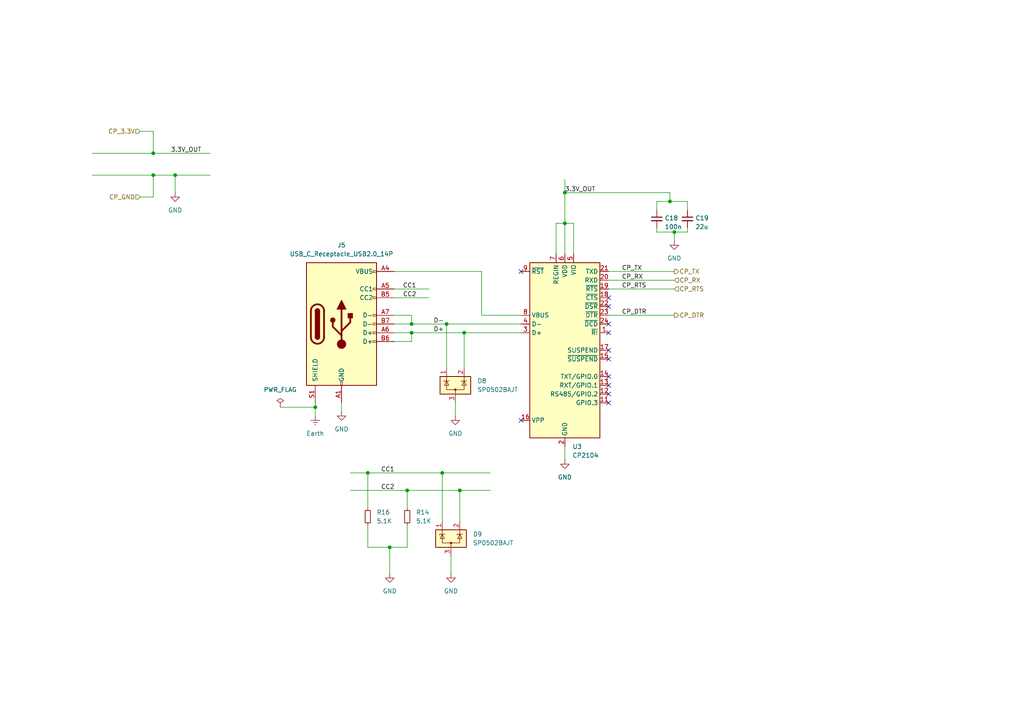
<source format=kicad_sch>
(kicad_sch (version 20231120) (generator "eeschema") (generator_version "8.0")
  (paper "A4")
  (lib_symbols
    (symbol "Connector:USB_C_Receptacle_USB2.0_14P" (pin_names (offset 1.016))
      (property "Reference" "J" (at 0 22.225 0))
      (property "Value" "USB_C_Receptacle_USB2.0_14P" (at 0 19.685 0))
      (symbol "USB_C_Receptacle_USB2.0_14P_0_0"
        (rectangle (start -0.254 -17.78) (end 0.254 -16.764))
        (rectangle (start 10.16 -4.826) (end 9.144 -5.334))
        (rectangle (start 10.16 -2.286) (end 9.144 -2.794))
        (rectangle (start 10.16 0.254) (end 9.144 -0.254))
        (rectangle (start 10.16 2.794) (end 9.144 2.286))
        (rectangle (start 10.16 7.874) (end 9.144 7.366))
        (rectangle (start 10.16 10.414) (end 9.144 9.906))
        (rectangle (start 10.16 15.494) (end 9.144 14.986))
      )
      (symbol "USB_C_Receptacle_USB2.0_14P_0_1"
        (rectangle (start -10.16 17.78) (end 10.16 -17.78) (stroke (width 0.254)) (fill (type background)))
        (arc (start -8.89 -3.81) (mid -6.985 -5.7067) (end -5.08 -3.81) (stroke (width 0.508)))
        (arc (start -7.62 -3.81) (mid -6.985 -4.4423) (end -6.35 -3.81) (stroke (width 0.254)))
        (arc (start -7.62 -3.81) (mid -6.985 -4.4423) (end -6.35 -3.81) (stroke (width 0.254)) (fill (type outline)))
        (rectangle (start -7.62 -3.81) (end -6.35 3.81) (stroke (width 0.254)) (fill (type outline)))
        (arc (start -6.35 3.81) (mid -6.985 4.4423) (end -7.62 3.81) (stroke (width 0.254)))
        (arc (start -6.35 3.81) (mid -6.985 4.4423) (end -7.62 3.81) (stroke (width 0.254)) (fill (type outline)))
        (arc (start -5.08 3.81) (mid -6.985 5.7067) (end -8.89 3.81) (stroke (width 0.508)))
        (circle (center -2.54 1.143) (radius 0.635) (stroke (width 0.254)) (fill (type outline)))
        (circle (center 0 -5.842) (radius 1.27) (fill (type outline)))
        (polyline (pts (xy -8.89 -3.81) (xy -8.89 3.81)) (stroke (width 0.508)))
        (polyline (pts (xy -5.08 3.81) (xy -5.08 -3.81)) (stroke (width 0.508)))
        (polyline (pts (xy 0 -5.842) (xy 0 4.318)) (stroke (width 0.508)))
        (polyline (pts (xy 0 -3.302) (xy -2.54 -0.762) (xy -2.54 0.508)) (stroke (width 0.508)))
        (polyline (pts (xy 0 -2.032) (xy 2.54 0.508) (xy 2.54 1.778)) (stroke (width 0.508)))
        (polyline (pts (xy -1.27 4.318) (xy 0 6.858) (xy 1.27 4.318) (xy -1.27 4.318)) (stroke (width 0.254)) (fill (type outline)))
        (rectangle (start 1.905 1.778) (end 3.175 3.048) (stroke (width 0.254)) (fill (type outline)))
      )
      (symbol "USB_C_Receptacle_USB2.0_14P_1_1"
        (pin passive line (at 0 -22.86 90) (length 5.08) (name "GND") (number "A1"))
        (pin passive line (at 0 -22.86 90) (length 5.08) hide (name "GND") (number "A12"))
        (pin passive line (at 15.24 15.24 180) (length 5.08) (name "VBUS") (number "A4"))
        (pin bidirectional line (at 15.24 10.16 180) (length 5.08) (name "CC1") (number "A5"))
        (pin bidirectional line (at 15.24 -2.54 180) (length 5.08) (name "D+") (number "A6"))
        (pin bidirectional line (at 15.24 2.54 180) (length 5.08) (name "D-") (number "A7"))
        (pin passive line (at 15.24 15.24 180) (length 5.08) hide (name "VBUS") (number "A9"))
        (pin passive line (at 0 -22.86 90) (length 5.08) hide (name "GND") (number "B1"))
        (pin passive line (at 0 -22.86 90) (length 5.08) hide (name "GND") (number "B12"))
        (pin passive line (at 15.24 15.24 180) (length 5.08) hide (name "VBUS") (number "B4"))
        (pin bidirectional line (at 15.24 7.62 180) (length 5.08) (name "CC2") (number "B5"))
        (pin bidirectional line (at 15.24 -5.08 180) (length 5.08) (name "D+") (number "B6"))
        (pin bidirectional line (at 15.24 0 180) (length 5.08) (name "D-") (number "B7"))
        (pin passive line (at 15.24 15.24 180) (length 5.08) hide (name "VBUS") (number "B9"))
        (pin passive line (at -7.62 -22.86 90) (length 5.08) (name "SHIELD") (number "S1"))
      )
    )
    (symbol "Device:C_Small" (pin_numbers hide) (pin_names (offset 0.254) hide)
      (property "Reference" "C" (at 0.254 1.778 0))
      (property "Value" "C_Small" (at 0.254 -2.032 0))
      (symbol "C_Small_0_1"
        (polyline (pts (xy -1.524 -0.508) (xy 1.524 -0.508)) (stroke (width 0.3302)))
        (polyline (pts (xy -1.524 0.508) (xy 1.524 0.508)) (stroke (width 0.3048)))
      )
      (symbol "C_Small_1_1"
        (pin passive line (at 0 2.54 270) (length 2.032) (name "~") (number "1"))
        (pin passive line (at 0 -2.54 90) (length 2.032) (name "~") (number "2"))
      )
    )
    (symbol "Device:R_Small" (pin_numbers hide) (pin_names (offset 0.254) hide)
      (property "Reference" "R" (at 0.762 0.508 0))
      (property "Value" "R_Small" (at 0.762 -1.016 0))
      (symbol "R_Small_0_1"
        (rectangle (start -0.762 1.778) (end 0.762 -1.778) (stroke (width 0.2032)))
      )
      (symbol "R_Small_1_1"
        (pin passive line (at 0 2.54 270) (length 0.762) (name "~") (number "1"))
        (pin passive line (at 0 -2.54 90) (length 0.762) (name "~") (number "2"))
      )
    )
    (symbol "Interface_USB:CP2104"
      (property "Reference" "U" (at -5.08 28.575 0))
      (property "Value" "CP2104" (at -5.08 26.67 0))
      (symbol "CP2104_1_1"
        (rectangle (start -10.16 25.4) (end 10.16 -25.4) (stroke (width 0.254)) (fill (type background)))
        (pin input line (at 12.7 5.08 180) (length 2.54) (name "~{RI}") (number "1"))
        (pin no_connect line (at 10.16 -20.32 180) (length 2.54) hide (name "NC") (number "10"))
        (pin bidirectional line (at 12.7 -15.24 180) (length 2.54) (name "GPIO.3") (number "11"))
        (pin bidirectional line (at 12.7 -12.7 180) (length 2.54) (name "RS485/GPIO.2") (number "12"))
        (pin bidirectional line (at 12.7 -10.16 180) (length 2.54) (name "RXT/GPIO.1") (number "13"))
        (pin bidirectional line (at 12.7 -7.62 180) (length 2.54) (name "TXT/GPIO.0") (number "14"))
        (pin output line (at 12.7 -2.54 180) (length 2.54) (name "~{SUSPEND}") (number "15"))
        (pin passive line (at -12.7 -20.32 0) (length 2.54) (name "VPP") (number "16"))
        (pin output line (at 12.7 0 180) (length 2.54) (name "SUSPEND") (number "17"))
        (pin input line (at 12.7 15.24 180) (length 2.54) (name "~{CTS}") (number "18"))
        (pin output line (at 12.7 17.78 180) (length 2.54) (name "~{RTS}") (number "19"))
        (pin power_in line (at 0 -27.94 90) (length 2.54) (name "GND") (number "2"))
        (pin input line (at 12.7 20.32 180) (length 2.54) (name "RXD") (number "20"))
        (pin output line (at 12.7 22.86 180) (length 2.54) (name "TXD") (number "21"))
        (pin input line (at 12.7 12.7 180) (length 2.54) (name "~{DSR}") (number "22"))
        (pin output line (at 12.7 10.16 180) (length 2.54) (name "~{DTR}") (number "23"))
        (pin input line (at 12.7 7.62 180) (length 2.54) (name "~{DCD}") (number "24"))
        (pin passive line (at 0 -27.94 90) (length 2.54) hide (name "GND") (number "25"))
        (pin bidirectional line (at -12.7 5.08 0) (length 2.54) (name "D+") (number "3"))
        (pin bidirectional line (at -12.7 7.62 0) (length 2.54) (name "D-") (number "4"))
        (pin power_in line (at 2.54 27.94 270) (length 2.54) (name "VIO") (number "5"))
        (pin power_in line (at 0 27.94 270) (length 2.54) (name "VDD") (number "6"))
        (pin power_in line (at -2.54 27.94 270) (length 2.54) (name "REGIN") (number "7"))
        (pin input line (at -12.7 10.16 0) (length 2.54) (name "VBUS") (number "8"))
        (pin bidirectional line (at -12.7 22.86 0) (length 2.54) (name "~{RST}") (number "9"))
      )
    )
    (symbol "Power_Protection:SP0502BAJT" (pin_names hide)
      (property "Reference" "D" (at 5.715 2.54 0))
      (property "Value" "SP0502BAJT" (at 5.715 0.635 0))
      (symbol "SP0502BAJT_0_0"
        (pin passive line (at 0 -5.08 90) (length 2.54) (name "A") (number "3"))
      )
      (symbol "SP0502BAJT_0_1"
        (rectangle (start -4.445 2.54) (end 4.445 -2.54) (stroke (width 0.254)) (fill (type background)))
        (circle (center 0 -1.27) (radius 0.254) (fill (type outline)))
        (polyline (pts (xy -2.54 2.54) (xy -2.54 1.27)))
        (polyline (pts (xy 0 -1.27) (xy 0 -2.54)))
        (polyline (pts (xy 2.54 2.54) (xy 2.54 1.27)))
        (polyline (pts (xy -3.302 1.016) (xy -3.302 1.27) (xy -1.905 1.27) (xy -1.778 1.27)))
        (polyline (pts (xy -2.54 1.27) (xy -2.54 -1.27) (xy 2.54 -1.27) (xy 2.54 1.27)))
        (polyline (pts (xy -2.54 1.27) (xy -1.905 0) (xy -3.175 0) (xy -2.54 1.27)))
        (polyline (pts (xy 1.778 1.016) (xy 1.778 1.27) (xy 3.175 1.27) (xy 3.302 1.27)))
        (polyline (pts (xy 2.54 1.27) (xy 1.905 0) (xy 3.175 0) (xy 2.54 1.27)))
      )
      (symbol "SP0502BAJT_1_1"
        (pin passive line (at -2.54 5.08 270) (length 2.54) (name "K") (number "1"))
        (pin passive line (at 2.54 5.08 270) (length 2.54) (name "K") (number "2"))
      )
    )
    (symbol "power:Earth" (power) (pin_numbers hide) (pin_names (offset 0) hide)
      (property "Value" "Earth" (at 0 -3.81 0))
      (symbol "Earth_0_1"
        (polyline (pts (xy -0.635 -1.905) (xy 0.635 -1.905)))
        (polyline (pts (xy -0.127 -2.54) (xy 0.127 -2.54)))
        (polyline (pts (xy 0 -1.27) (xy 0 0)))
        (polyline (pts (xy 1.27 -1.27) (xy -1.27 -1.27)))
      )
      (symbol "Earth_1_1"
        (pin power_in line (at 0 0 270) (length 0) (name "~") (number "1"))
      )
    )
    (symbol "power:GND" (power) (pin_numbers hide) (pin_names (offset 0) hide)
      (property "Value" "GND" (at 0 -3.81 0))
      (symbol "GND_0_1"
        (polyline (pts (xy 0 0) (xy 0 -1.27) (xy 1.27 -1.27) (xy 0 -2.54) (xy -1.27 -1.27) (xy 0 -1.27)))
      )
      (symbol "GND_1_1"
        (pin power_in line (at 0 0 270) (length 0) (name "~") (number "1"))
      )
    )
    (symbol "power:PWR_FLAG" (power) (pin_numbers hide) (pin_names (offset 0) hide)
      (property "Value" "PWR_FLAG" (at 0 3.81 0))
      (symbol "PWR_FLAG_0_0"
        (pin power_out line (at 0 0 90) (length 0) (name "~") (number "1"))
      )
      (symbol "PWR_FLAG_0_1"
        (polyline (pts (xy 0 0) (xy 0 1.27) (xy -1.016 1.905) (xy 0 2.54) (xy 1.016 1.905) (xy 0 1.27)))
      )
    )
  )
  (junction (at 44.45 44.45))
  (junction (at 133.35 142.24))
  (junction (at 163.83 64.77))
  (junction (at 194.31 58.42))
  (junction (at 91.44 118.11))
  (junction (at 106.68 137.16))
  (junction (at 129.54 93.98))
  (junction (at 163.83 55.88))
  (junction (at 113.03 158.75))
  (junction (at 44.45 50.8))
  (junction (at 195.58 67.31))
  (junction (at 118.11 142.24))
  (junction (at 119.38 96.52))
  (junction (at 134.62 96.52))
  (junction (at 128.27 137.16))
  (junction (at 119.38 93.98))
  (junction (at 50.8 50.8))
  (no_connect (at 176.53 86.36))
  (no_connect (at 176.53 96.52))
  (no_connect (at 176.53 109.22))
  (no_connect (at 176.53 88.9))
  (no_connect (at 176.53 101.6))
  (no_connect (at 151.13 78.74))
  (no_connect (at 176.53 93.98))
  (no_connect (at 176.53 114.3))
  (no_connect (at 176.53 111.76))
  (no_connect (at 151.13 121.92))
  (no_connect (at 176.53 104.14))
  (no_connect (at 176.53 116.84))
  (wire (pts (xy 114.3 93.98) (xy 119.38 93.98)))
  (wire (pts (xy 176.53 83.82) (xy 195.58 83.82)))
  (wire (pts (xy 132.08 116.84) (xy 132.08 120.65)))
  (wire (pts (xy 113.03 158.75) (xy 118.11 158.75)))
  (wire (pts (xy 40.64 38.1) (xy 44.45 38.1)))
  (wire (pts (xy 190.5 67.31) (xy 195.58 67.31)))
  (wire (pts (xy 44.45 44.45) (xy 60.96 44.45)))
  (wire (pts (xy 199.39 60.96) (xy 199.39 58.42)))
  (wire (pts (xy 50.8 50.8) (xy 50.8 55.88)))
  (wire (pts (xy 161.29 73.66) (xy 161.29 64.77)))
  (wire (pts (xy 114.3 86.36) (xy 124.46 86.36)))
  (wire (pts (xy 119.38 96.52) (xy 114.3 96.52)))
  (wire (pts (xy 163.83 52.07) (xy 163.83 55.88)))
  (wire (pts (xy 163.83 55.88) (xy 163.83 64.77)))
  (wire (pts (xy 101.6 142.24) (xy 118.11 142.24)))
  (wire (pts (xy 101.6 137.16) (xy 106.68 137.16)))
  (wire (pts (xy 26.67 50.8) (xy 44.45 50.8)))
  (wire (pts (xy 195.58 67.31) (xy 195.58 69.85)))
  (wire (pts (xy 194.31 58.42) (xy 199.39 58.42)))
  (wire (pts (xy 130.81 161.29) (xy 130.81 166.37)))
  (wire (pts (xy 81.28 118.11) (xy 91.44 118.11)))
  (wire (pts (xy 40.64 57.15) (xy 44.45 57.15)))
  (wire (pts (xy 114.3 99.06) (xy 119.38 99.06)))
  (wire (pts (xy 134.62 96.52) (xy 151.13 96.52)))
  (wire (pts (xy 161.29 64.77) (xy 163.83 64.77)))
  (wire (pts (xy 129.54 93.98) (xy 151.13 93.98)))
  (wire (pts (xy 106.68 158.75) (xy 113.03 158.75)))
  (wire (pts (xy 133.35 142.24) (xy 133.35 151.13)))
  (wire (pts (xy 26.67 44.45) (xy 44.45 44.45)))
  (wire (pts (xy 114.3 91.44) (xy 119.38 91.44)))
  (wire (pts (xy 176.53 78.74) (xy 195.58 78.74)))
  (wire (pts (xy 190.5 66.04) (xy 190.5 67.31)))
  (wire (pts (xy 118.11 142.24) (xy 133.35 142.24)))
  (wire (pts (xy 134.62 96.52) (xy 134.62 106.68)))
  (wire (pts (xy 128.27 137.16) (xy 142.24 137.16)))
  (wire (pts (xy 139.7 91.44) (xy 151.13 91.44)))
  (wire (pts (xy 106.68 152.4) (xy 106.68 158.75)))
  (wire (pts (xy 190.5 58.42) (xy 190.5 60.96)))
  (wire (pts (xy 194.31 55.88) (xy 163.83 55.88)))
  (wire (pts (xy 176.53 91.44) (xy 195.58 91.44)))
  (wire (pts (xy 113.03 158.75) (xy 113.03 166.37)))
  (wire (pts (xy 176.53 81.28) (xy 195.58 81.28)))
  (wire (pts (xy 163.83 64.77) (xy 166.37 64.77)))
  (wire (pts (xy 118.11 142.24) (xy 118.11 147.32)))
  (wire (pts (xy 119.38 99.06) (xy 119.38 96.52)))
  (wire (pts (xy 163.83 129.54) (xy 163.83 133.35)))
  (wire (pts (xy 195.58 67.31) (xy 199.39 67.31)))
  (wire (pts (xy 139.7 78.74) (xy 139.7 91.44)))
  (wire (pts (xy 114.3 83.82) (xy 124.46 83.82)))
  (wire (pts (xy 133.35 142.24) (xy 142.24 142.24)))
  (wire (pts (xy 44.45 50.8) (xy 50.8 50.8)))
  (wire (pts (xy 91.44 116.84) (xy 91.44 118.11)))
  (wire (pts (xy 50.8 50.8) (xy 60.96 50.8)))
  (wire (pts (xy 190.5 58.42) (xy 194.31 58.42)))
  (wire (pts (xy 44.45 38.1) (xy 44.45 44.45)))
  (wire (pts (xy 163.83 64.77) (xy 163.83 73.66)))
  (wire (pts (xy 128.27 137.16) (xy 128.27 151.13)))
  (wire (pts (xy 119.38 96.52) (xy 134.62 96.52)))
  (wire (pts (xy 106.68 137.16) (xy 128.27 137.16)))
  (wire (pts (xy 44.45 57.15) (xy 44.45 50.8)))
  (wire (pts (xy 166.37 64.77) (xy 166.37 73.66)))
  (wire (pts (xy 106.68 137.16) (xy 106.68 147.32)))
  (wire (pts (xy 99.06 116.84) (xy 99.06 119.38)))
  (wire (pts (xy 119.38 93.98) (xy 119.38 91.44)))
  (wire (pts (xy 91.44 118.11) (xy 91.44 120.65)))
  (wire (pts (xy 194.31 58.42) (xy 194.31 55.88)))
  (wire (pts (xy 118.11 152.4) (xy 118.11 158.75)))
  (wire (pts (xy 119.38 93.98) (xy 129.54 93.98)))
  (wire (pts (xy 129.54 93.98) (xy 129.54 106.68)))
  (wire (pts (xy 114.3 78.74) (xy 139.7 78.74)))
  (wire (pts (xy 199.39 66.04) (xy 199.39 67.31)))
  (label "CC2" (at 116.84 86.36 0))
  (label "CP_DTR" (at 180.34 91.44 0))
  (label "3.3V_OUT" (at 163.83 55.88 0))
  (label "CC2" (at 110.49 142.24 0))
  (label "CP_RTS" (at 180.34 83.82 0))
  (label "CP_RX" (at 180.34 81.28 0))
  (label "D+" (at 125.73 96.52 0))
  (label "CC1" (at 116.84 83.82 0))
  (label "3.3V_OUT" (at 49.53 44.45 0))
  (label "D-" (at 125.73 93.98 0))
  (label "CC1" (at 110.49 137.16 0))
  (label "CP_TX" (at 180.34 78.74 0))
  (hierarchical_label "CP_3.3V" (shape input) (at 40.64 38.1 180))
  (hierarchical_label "CP_GND" (shape input) (at 40.64 57.15 180))
  (hierarchical_label "CP_TX" (shape output) (at 195.58 78.74 0))
  (hierarchical_label "CP_RX" (shape input) (at 195.58 81.28 0))
  (hierarchical_label "CP_DTR" (shape output) (at 195.58 91.44 0))
  (hierarchical_label "CP_RTS" (shape input) (at 195.58 83.82 0))
  (symbol (lib_id "Interface_USB:CP2104") (at 163.83 101.6 0) (unit 1)
    (property "Reference" "U3" (at 166.0241 129.54 0) (effects (justify left)))
    (property "Value" "CP2104" (at 166.0241 132.08 0) (effects (justify left)))
    (property "Footprint" "Package_DFN_QFN:QFN-24-1EP_4x4mm_P0.5mm_EP2.6x2.6mm" (effects (hide yes)))
    (property "Datasheet" "https://www.silabs.com/documents/public/data-sheets/cp2104.pdf" (effects (hide yes)))
    (property "Description" "Single-Chip USB-to-UART Bridge, USB 2.0 Full-Speed, 2Mbps UART, QFN-24" (effects (hide yes)))
    (property "part number" "CP2104-F03-GM" (effects (hide yes)))
    (property "JLCPCB Part #" "C47742" (effects (hide yes)))
  )
  (symbol (lib_id "Device:C_Small") (at 190.5 63.5 0) (unit 1)
    (property "Reference" "C18" (at 192.786 63.246 0) (effects (justify left)))
    (property "Value" "100n" (at 192.786 65.786 0) (effects (justify left)))
    (property "Footprint" "Capacitor_SMD:C_0603_1608Metric_Pad1.08x0.95mm_HandSolder" (effects (hide yes)))
    (property "Description" "Unpolarized capacitor, small symbol" (effects (hide yes)))
    (property "part number" "C0603C104K5RACAUTO" (effects (hide yes)))
    (property "JLCPCB Part #" "C129621" (effects (hide yes)))
  )
  (symbol (lib_id "power:GND") (at 195.58 69.85 0) (unit 1)
    (property "Reference" "#PWR018" (effects (hide yes)))
    (property "Value" "GND" (at 195.58 74.93 0))
    (property "Description" "Power symbol creates a global label with name \"GND\" , ground" (effects (hide yes)))
  )
  (symbol (lib_id "Device:C_Small") (at 199.39 63.5 0) (unit 1)
    (property "Reference" "C19" (at 201.676 63.246 0) (effects (justify left)))
    (property "Value" "22u" (at 201.676 65.786 0) (effects (justify left)))
    (property "Footprint" "Capacitor_SMD:C_1206_3216Metric_Pad1.33x1.80mm_HandSolder" (effects (hide yes)))
    (property "Description" "Unpolarized capacitor, small symbol" (effects (hide yes)))
    (property "part number" "HGC1206R5226M350NSPJ" (effects (hide yes)))
    (property "JLCPCB Part #" " C22367834" (effects (hide yes)))
  )
  (symbol (lib_id "Device:R_Small") (at 106.68 149.86 0) (unit 1)
    (property "Reference" "R16" (at 109.22 148.5899 0) (effects (justify left)))
    (property "Value" "5.1K" (at 109.22 151.1299 0) (effects (justify left)))
    (property "Footprint" "Resistor_SMD:R_0603_1608Metric_Pad0.98x0.95mm_HandSolder" (effects (hide yes)))
    (property "Description" "Resistor, small symbol" (effects (hide yes)))
    (property "part number" "RC0603FR-075K1L" (effects (hide yes)))
    (property "JLCPCB Part #" "C105580" (effects (hide yes)))
  )
  (symbol (lib_id "Connector:USB_C_Receptacle_USB2.0_14P") (at 99.06 93.98 0) (unit 1)
    (property "Reference" "J5" (at 99.06 71.12 0))
    (property "Value" "USB_C_Receptacle_USB2.0_14P" (at 99.06 73.66 0))
    (property "Footprint" "Connector_USB:USB_C_Receptacle_HCTL_HC-TYPE-C-16P-01A" (effects (hide yes)))
    (property "Datasheet" "https://www.usb.org/sites/default/files/documents/usb_type-c.zip" (effects (hide yes)))
    (property "Description" "USB 2.0-only 14P Type-C Receptacle connector" (effects (hide yes)))
    (property "part number" "TYPE C-CQ-110PWB" (effects (hide yes)))
    (property "JLCPCB Part #" "C2936200 " (effects (hide yes)))
  )
  (symbol (lib_id "power:PWR_FLAG") (at 81.28 118.11 0) (unit 1)
    (property "Reference" "#FLG03" (effects (hide yes)))
    (property "Value" "PWR_FLAG" (at 81.28 113.03 0))
    (property "Description" "Special symbol for telling ERC where power comes from" (effects (hide yes)))
  )
  (symbol (lib_id "power:GND") (at 130.81 166.37 0) (unit 1)
    (property "Reference" "#PWR023" (effects (hide yes)))
    (property "Value" "GND" (at 130.81 171.45 0))
    (property "Description" "Power symbol creates a global label with name \"GND\" , ground" (effects (hide yes)))
  )
  (symbol (lib_id "power:GND") (at 99.06 119.38 0) (unit 1)
    (property "Reference" "#PWR019" (effects (hide yes)))
    (property "Value" "GND" (at 99.06 124.46 0))
    (property "Description" "Power symbol creates a global label with name \"GND\" , ground" (effects (hide yes)))
  )
  (symbol (lib_id "Power_Protection:SP0502BAJT") (at 130.81 156.21 0) (unit 1)
    (property "Reference" "D9" (at 137.16 154.9399 0) (effects (justify left)))
    (property "Value" "SP0502BAJT" (at 137.16 157.4799 0) (effects (justify left)))
    (property "Footprint" "Package_TO_SOT_SMD:SOT-323_SC-70" (effects (hide yes)))
    (property "Datasheet" "http://www.littelfuse.com/~/media/files/littelfuse/technical%20resources/documents/data%20sheets/sp05xxba.pdf" (effects (hide yes)))
    (property "Description" "TVS Diode Array, 5.5V Standoff, 2 Channels, SC-70 package" (effects (hide yes)))
    (property "part number" "SP0502BAJTG" (effects (hide yes)))
    (property "JLCPCB Part #" " C207262" (effects (hide yes)))
  )
  (symbol (lib_id "power:GND") (at 132.08 120.65 0) (unit 1)
    (property "Reference" "#PWR020" (effects (hide yes)))
    (property "Value" "GND" (at 132.08 125.73 0))
    (property "Description" "Power symbol creates a global label with name \"GND\" , ground" (effects (hide yes)))
  )
  (symbol (lib_id "Device:R_Small") (at 118.11 149.86 0) (unit 1)
    (property "Reference" "R14" (at 120.65 148.5899 0) (effects (justify left)))
    (property "Value" "5.1K" (at 120.65 151.1299 0) (effects (justify left)))
    (property "Footprint" "Resistor_SMD:R_0603_1608Metric_Pad0.98x0.95mm_HandSolder" (effects (hide yes)))
    (property "Description" "Resistor, small symbol" (effects (hide yes)))
    (property "part number" "RC0603FR-075K1L" (effects (hide yes)))
    (property "JLCPCB Part #" "C105580" (effects (hide yes)))
  )
  (symbol (lib_id "power:GND") (at 50.8 55.88 0) (unit 1)
    (property "Reference" "#PWR024" (effects (hide yes)))
    (property "Value" "GND" (at 50.8 60.96 0))
    (property "Description" "Power symbol creates a global label with name \"GND\" , ground" (effects (hide yes)))
  )
  (symbol (lib_id "power:GND") (at 113.03 166.37 0) (unit 1)
    (property "Reference" "#PWR022" (effects (hide yes)))
    (property "Value" "GND" (at 113.03 171.45 0))
    (property "Description" "Power symbol creates a global label with name \"GND\" , ground" (effects (hide yes)))
  )
  (symbol (lib_id "Power_Protection:SP0502BAJT") (at 132.08 111.76 0) (unit 1)
    (property "Reference" "D8" (at 138.43 110.4899 0) (effects (justify left)))
    (property "Value" "SP0502BAJT" (at 138.43 113.0299 0) (effects (justify left)))
    (property "Footprint" "Package_TO_SOT_SMD:SOT-323_SC-70" (effects (hide yes)))
    (property "Datasheet" "http://www.littelfuse.com/~/media/files/littelfuse/technical%20resources/documents/data%20sheets/sp05xxba.pdf" (effects (hide yes)))
    (property "Description" "TVS Diode Array, 5.5V Standoff, 2 Channels, SC-70 package" (effects (hide yes)))
    (property "part number" "SP0502BAJTG" (effects (hide yes)))
    (property "JLCPCB Part #" " C207262" (effects (hide yes)))
  )
  (symbol (lib_id "power:GND") (at 163.83 133.35 0) (unit 1)
    (property "Reference" "#PWR017" (effects (hide yes)))
    (property "Value" "GND" (at 163.83 138.43 0))
    (property "Description" "Power symbol creates a global label with name \"GND\" , ground" (effects (hide yes)))
  )
  (symbol (lib_id "power:Earth") (at 91.44 120.65 0) (unit 1)
    (property "Reference" "#PWR021" (effects (hide yes)))
    (property "Value" "Earth" (at 91.44 125.73 0))
    (property "Description" "Power symbol creates a global label with name \"Earth\"" (effects (hide yes)))
  )
)
</source>
